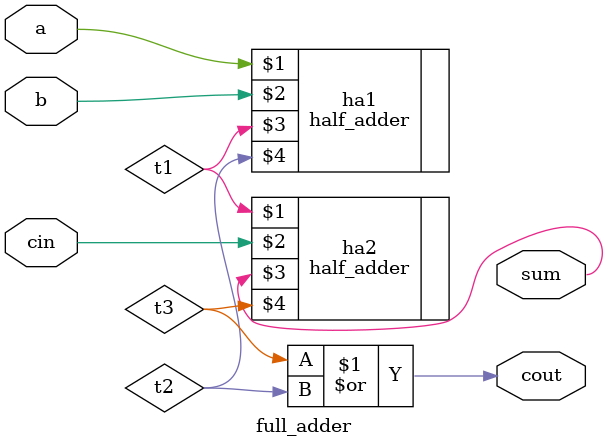
<source format=v>
`timescale 1ns / 1ps


module full_adder(input a,b,cin,
output sum,cout );
wire t1,t2,t3,t4;
half_adder ha1(a,b,t1,t2);
half_adder ha2(t1,cin,sum,t3);
assign cout = t3 | t2 ;


endmodule

</source>
